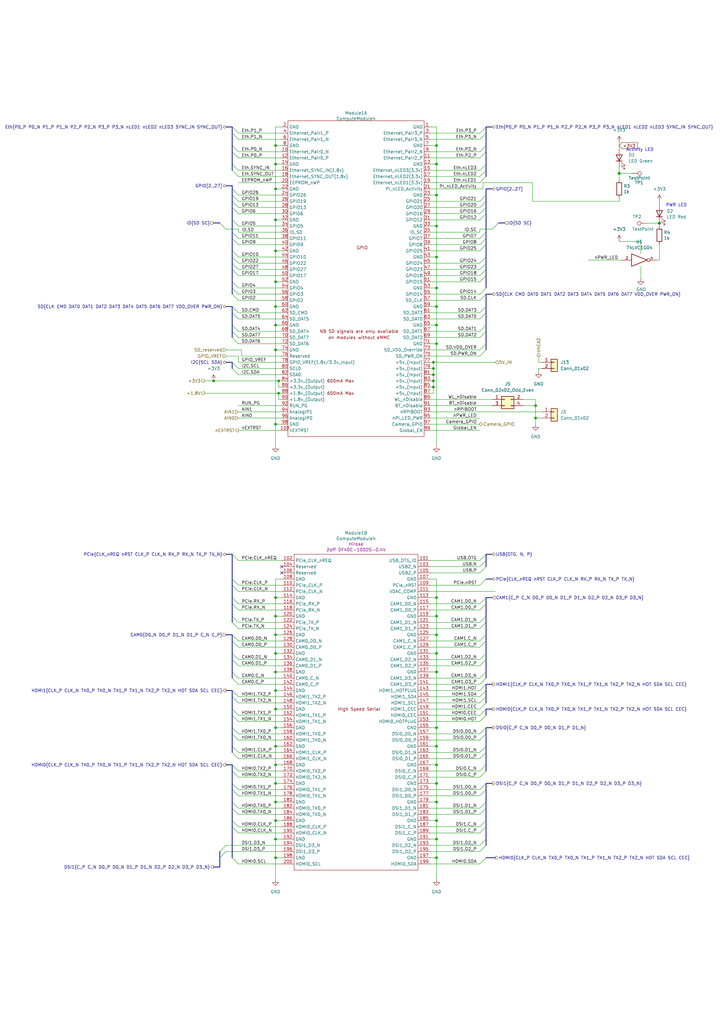
<source format=kicad_sch>
(kicad_sch (version 20211123) (generator eeschema)
  (paper "A3" portrait)
  (junction (at 113.03 336.55))
  (junction (at 113.03 306.07))
  (junction (at 113.03 313.69))
  (junction (at 179.07 118.11))
  (junction (at 114.3 161.29))
  (junction (at 113.03 133.35))
  (junction (at 113.03 115.57))
  (junction (at 113.03 275.59))
  (junction (at 113.03 77.47))
  (junction (at 179.07 321.31))
  (junction (at 179.07 328.93))
  (junction (at 177.8 151.13))
  (junction (at 113.03 125.73))
  (junction (at 179.07 351.79))
  (junction (at 113.03 344.17))
  (junction (at 179.07 252.73))
  (junction (at 113.03 143.51))
  (junction (at 113.03 328.93))
  (junction (at 113.03 290.83))
  (junction (at 179.07 105.41))
  (junction (at 177.8 158.75))
  (junction (at 113.03 321.31))
  (junction (at 179.07 140.97))
  (junction (at 179.07 133.35))
  (junction (at 179.07 267.97))
  (junction (at 113.03 90.17))
  (junction (at 113.03 252.73))
  (junction (at 254 71.12) (diameter 1.016))
  (junction (at 219.71 171.45))
  (junction (at 113.03 267.97))
  (junction (at 179.07 260.35))
  (junction (at 113.03 67.31))
  (junction (at 179.07 298.45))
  (junction (at 270.51 91.567) (diameter 1.016))
  (junction (at 113.03 173.99))
  (junction (at 179.07 92.71))
  (junction (at 177.8 156.21))
  (junction (at 179.07 336.55))
  (junction (at 179.07 275.59))
  (junction (at 177.8 148.59))
  (junction (at 113.03 283.21))
  (junction (at 179.07 80.01))
  (junction (at 113.03 59.69))
  (junction (at 177.8 153.67))
  (junction (at 114.3 156.21))
  (junction (at 179.07 59.69))
  (junction (at 179.07 344.17))
  (junction (at 179.07 125.73))
  (junction (at 179.07 313.69))
  (junction (at 113.03 298.45))
  (junction (at 219.71 166.37))
  (junction (at 113.03 245.11))
  (junction (at 87.63 156.21))
  (junction (at 179.07 306.07))
  (junction (at 113.03 102.87))
  (junction (at 179.07 245.11))
  (junction (at 270.51 91.44))
  (junction (at 179.07 67.31))
  (junction (at 113.03 351.79))
  (junction (at 113.03 260.35))
  (no_connect (at 115.57 232.41))
  (no_connect (at 115.57 234.95))
  (bus_entry (at 90.17 351.79) (size 2.54 -2.54))
  (bus_entry (at 90.17 349.25) (size 2.54 -2.54))
  (bus_entry (at 196.85 87.63) (size 2.54 -2.54))
  (bus_entry (at 196.85 90.17) (size 2.54 -2.54))
  (bus_entry (at 196.85 85.09) (size 2.54 -2.54))
  (bus_entry (at 196.85 82.55) (size 2.54 -2.54))
  (bus_entry (at 196.85 54.61) (size 2.54 -2.54))
  (bus_entry (at 196.85 57.15) (size 2.54 -2.54))
  (bus_entry (at 196.85 62.23) (size 2.54 -2.54))
  (bus_entry (at 196.85 64.77) (size 2.54 -2.54))
  (bus_entry (at 196.85 69.85) (size 2.54 -2.54))
  (bus_entry (at 196.85 72.39) (size 2.54 -2.54))
  (bus_entry (at 196.85 74.93) (size 2.54 -2.54))
  (bus_entry (at 95.25 54.61) (size 2.54 2.54))
  (bus_entry (at 95.25 59.69) (size 2.54 2.54))
  (bus_entry (at 95.25 52.07) (size 2.54 2.54))
  (bus_entry (at 95.25 62.23) (size 2.54 2.54))
  (bus_entry (at 95.25 67.31) (size 2.54 2.54))
  (bus_entry (at 95.25 69.85) (size 2.54 2.54))
  (bus_entry (at 196.85 303.53) (size 2.54 -2.54))
  (bus_entry (at 196.85 300.99) (size 2.54 -2.54))
  (bus_entry (at 196.85 308.61) (size 2.54 -2.54))
  (bus_entry (at 196.85 311.15) (size 2.54 -2.54))
  (bus_entry (at 196.85 316.23) (size 2.54 -2.54))
  (bus_entry (at 196.85 318.77) (size 2.54 -2.54))
  (bus_entry (at 196.85 326.39) (size 2.54 -2.54))
  (bus_entry (at 196.85 323.85) (size 2.54 -2.54))
  (bus_entry (at 196.85 349.25) (size 2.54 -2.54))
  (bus_entry (at 196.85 346.71) (size 2.54 -2.54))
  (bus_entry (at 196.85 341.63) (size 2.54 -2.54))
  (bus_entry (at 196.85 339.09) (size 2.54 -2.54))
  (bus_entry (at 196.85 334.01) (size 2.54 -2.54))
  (bus_entry (at 196.85 331.47) (size 2.54 -2.54))
  (bus_entry (at 95.25 80.01) (size 2.54 2.54))
  (bus_entry (at 95.25 95.25) (size 2.54 2.54))
  (bus_entry (at 95.25 77.47) (size 2.54 2.54))
  (bus_entry (at 95.25 82.55) (size 2.54 2.54))
  (bus_entry (at 95.25 85.09) (size 2.54 2.54))
  (bus_entry (at 95.25 90.17) (size 2.54 2.54))
  (bus_entry (at 95.25 97.79) (size 2.54 2.54))
  (bus_entry (at 196.85 110.49) (size 2.54 -2.54))
  (bus_entry (at 196.85 113.03) (size 2.54 -2.54))
  (bus_entry (at 196.85 115.57) (size 2.54 -2.54))
  (bus_entry (at 196.85 120.65) (size 2.54 -2.54))
  (bus_entry (at 196.85 123.19) (size 2.54 -2.54))
  (bus_entry (at 196.85 128.27) (size 2.54 -2.54))
  (bus_entry (at 196.85 130.81) (size 2.54 -2.54))
  (bus_entry (at 196.85 135.89) (size 2.54 -2.54))
  (bus_entry (at 196.85 138.43) (size 2.54 -2.54))
  (bus_entry (at 95.25 125.73) (size 2.54 2.54))
  (bus_entry (at 95.25 128.27) (size 2.54 2.54))
  (bus_entry (at 95.25 133.35) (size 2.54 2.54))
  (bus_entry (at 95.25 135.89) (size 2.54 2.54))
  (bus_entry (at 95.25 138.43) (size 2.54 2.54))
  (bus_entry (at 196.85 290.83) (size 2.54 -2.54))
  (bus_entry (at 196.85 354.33) (size 2.54 -2.54))
  (bus_entry (at 196.85 283.21) (size 2.54 -2.54))
  (bus_entry (at 196.85 285.75) (size 2.54 -2.54))
  (bus_entry (at 196.85 288.29) (size 2.54 -2.54))
  (bus_entry (at 95.25 262.89) (size 2.54 2.54))
  (bus_entry (at 95.25 260.35) (size 2.54 2.54))
  (bus_entry (at 95.25 275.59) (size 2.54 2.54))
  (bus_entry (at 95.25 278.13) (size 2.54 2.54))
  (bus_entry (at 95.25 267.97) (size 2.54 2.54))
  (bus_entry (at 95.25 270.51) (size 2.54 2.54))
  (bus_entry (at 95.25 351.79) (size 2.54 2.54))
  (bus_entry (at 196.85 143.51) (size 2.54 -2.54))
  (bus_entry (at 196.85 146.05) (size 2.54 -2.54))
  (bus_entry (at 95.25 308.61) (size 2.54 2.54))
  (bus_entry (at 95.25 300.99) (size 2.54 2.54))
  (bus_entry (at 95.25 306.07) (size 2.54 2.54))
  (bus_entry (at 95.25 298.45) (size 2.54 2.54))
  (bus_entry (at 95.25 283.21) (size 2.54 2.54))
  (bus_entry (at 95.25 285.75) (size 2.54 2.54))
  (bus_entry (at 95.25 293.37) (size 2.54 2.54))
  (bus_entry (at 95.25 290.83) (size 2.54 2.54))
  (bus_entry (at 196.85 278.13) (size 2.54 -2.54))
  (bus_entry (at 196.85 280.67) (size 2.54 -2.54))
  (bus_entry (at 196.85 229.87) (size 2.54 -2.54))
  (bus_entry (at 196.85 270.51) (size 2.54 -2.54))
  (bus_entry (at 196.85 265.43) (size 2.54 -2.54))
  (bus_entry (at 196.85 262.89) (size 2.54 -2.54))
  (bus_entry (at 196.85 273.05) (size 2.54 -2.54))
  (bus_entry (at 196.85 257.81) (size 2.54 -2.54))
  (bus_entry (at 196.85 255.27) (size 2.54 -2.54))
  (bus_entry (at 196.85 250.19) (size 2.54 -2.54))
  (bus_entry (at 196.85 232.41) (size 2.54 -2.54))
  (bus_entry (at 196.85 234.95) (size 2.54 -2.54))
  (bus_entry (at 196.85 247.65) (size 2.54 -2.54))
  (bus_entry (at 196.85 97.79) (size 2.54 -2.54))
  (bus_entry (at 196.85 100.33) (size 2.54 -2.54))
  (bus_entry (at 196.85 102.87) (size 2.54 -2.54))
  (bus_entry (at 196.85 107.95) (size 2.54 -2.54))
  (bus_entry (at 196.85 293.37) (size 2.54 -2.54))
  (bus_entry (at 196.85 295.91) (size 2.54 -2.54))
  (bus_entry (at 196.85 240.03) (size 2.54 -2.54))
  (bus_entry (at 95.25 240.03) (size 2.54 2.54))
  (bus_entry (at 95.25 227.33) (size 2.54 2.54))
  (bus_entry (at 97.79 257.81) (size -2.54 -2.54))
  (bus_entry (at 97.79 255.27) (size -2.54 -2.54))
  (bus_entry (at 95.25 247.65) (size 2.54 2.54))
  (bus_entry (at 95.25 245.11) (size 2.54 2.54))
  (bus_entry (at 95.25 237.49) (size 2.54 2.54))
  (bus_entry (at 95.25 148.59) (size 2.54 2.54))
  (bus_entry (at 95.25 151.13) (size 2.54 2.54))
  (bus_entry (at 201.93 93.98) (size 2.54 -2.54))
  (bus_entry (at 90.17 91.44) (size 2.54 2.54))
  (bus_entry (at 95.25 321.31) (size 2.54 2.54))
  (bus_entry (at 95.25 323.85) (size 2.54 2.54))
  (bus_entry (at 95.25 313.69) (size 2.54 2.54))
  (bus_entry (at 95.25 316.23) (size 2.54 2.54))
  (bus_entry (at 95.25 331.47) (size 2.54 2.54))
  (bus_entry (at 95.25 328.93) (size 2.54 2.54))
  (bus_entry (at 95.25 336.55) (size 2.54 2.54))
  (bus_entry (at 95.25 339.09) (size 2.54 2.54))
  (bus_entry (at 95.25 105.41) (size 2.54 2.54))
  (bus_entry (at 95.25 102.87) (size 2.54 2.54))
  (bus_entry (at 95.25 107.95) (size 2.54 2.54))
  (bus_entry (at 95.25 110.49) (size 2.54 2.54))
  (bus_entry (at 95.25 115.57) (size 2.54 2.54))
  (bus_entry (at 95.25 118.11) (size 2.54 2.54))
  (bus_entry (at 95.25 120.65) (size 2.54 2.54))
  (wire (pts (xy 113.03 133.35) (xy 115.57 133.35)))
  (bus (pts (xy 95.25 120.65) (xy 95.25 118.11)))
  (wire (pts (xy 97.79 118.11) (xy 115.57 118.11)))
  (wire (pts (xy 176.53 257.81) (xy 196.85 257.81)))
  (wire (pts (xy 113.03 143.51) (xy 115.57 143.51)))
  (wire (pts (xy 114.3 161.29) (xy 115.57 161.29)))
  (wire (pts (xy 113.03 275.59) (xy 113.03 283.21)))
  (wire (pts (xy 97.79 69.85) (xy 115.57 69.85)))
  (wire (pts (xy 97.79 130.81) (xy 115.57 130.81)))
  (wire (pts (xy 254 82.55) (xy 218.44 82.55)))
  (wire (pts (xy 176.53 308.61) (xy 196.85 308.61)))
  (wire (pts (xy 97.79 331.47) (xy 115.57 331.47)))
  (bus (pts (xy 95.25 321.31) (xy 95.25 323.85)))
  (wire (pts (xy 113.03 102.87) (xy 113.03 115.57)))
  (wire (pts (xy 176.53 97.79) (xy 196.85 97.79)))
  (bus (pts (xy 95.25 128.27) (xy 95.25 125.73)))
  (bus (pts (xy 90.17 349.25) (xy 90.17 351.79)))
  (wire (pts (xy 113.03 260.35) (xy 113.03 267.97)))
  (wire (pts (xy 97.79 257.81) (xy 115.57 257.81)))
  (bus (pts (xy 95.25 240.03) (xy 95.25 237.49)))
  (wire (pts (xy 179.07 275.59) (xy 179.07 267.97)))
  (wire (pts (xy 176.53 247.65) (xy 196.85 247.65)))
  (wire (pts (xy 176.53 74.93) (xy 196.85 74.93)))
  (wire (pts (xy 176.53 316.23) (xy 196.85 316.23)))
  (wire (pts (xy 222.25 171.45) (xy 219.71 171.45)))
  (wire (pts (xy 176.53 151.13) (xy 177.8 151.13)))
  (wire (pts (xy 97.79 240.03) (xy 115.57 240.03)))
  (bus (pts (xy 95.25 306.07) (xy 95.25 308.61)))
  (bus (pts (xy 95.25 67.31) (xy 95.25 62.23)))
  (wire (pts (xy 176.53 62.23) (xy 196.85 62.23)))
  (wire (pts (xy 113.03 328.93) (xy 113.03 336.55)))
  (wire (pts (xy 218.44 82.55) (xy 218.44 74.93)))
  (wire (pts (xy 114.3 156.21) (xy 115.57 156.21)))
  (wire (pts (xy 113.03 290.83) (xy 113.03 298.45)))
  (bus (pts (xy 199.39 229.87) (xy 199.39 227.33)))
  (bus (pts (xy 95.25 115.57) (xy 95.25 110.49)))
  (wire (pts (xy 114.3 163.83) (xy 114.3 161.29)))
  (wire (pts (xy 113.03 77.47) (xy 113.03 90.17)))
  (wire (pts (xy 113.03 67.31) (xy 115.57 67.31)))
  (wire (pts (xy 196.85 95.25) (xy 196.85 93.98)))
  (wire (pts (xy 97.79 255.27) (xy 115.57 255.27)))
  (bus (pts (xy 92.71 125.73) (xy 95.25 125.73)))
  (wire (pts (xy 113.03 52.07) (xy 113.03 59.69)))
  (bus (pts (xy 92.71 52.07) (xy 95.25 52.07)))
  (bus (pts (xy 95.25 252.73) (xy 95.25 247.65)))
  (wire (pts (xy 113.03 260.35) (xy 115.57 260.35)))
  (wire (pts (xy 176.53 72.39) (xy 196.85 72.39)))
  (wire (pts (xy 97.79 85.09) (xy 115.57 85.09)))
  (wire (pts (xy 177.8 158.75) (xy 177.8 156.21)))
  (wire (pts (xy 176.53 135.89) (xy 196.85 135.89)))
  (wire (pts (xy 218.44 74.93) (xy 198.12 74.93)))
  (wire (pts (xy 222.25 151.13) (xy 220.98 151.13)))
  (wire (pts (xy 176.53 146.05) (xy 196.85 146.05)))
  (bus (pts (xy 199.39 135.89) (xy 199.39 140.97)))
  (wire (pts (xy 97.79 105.41) (xy 115.57 105.41)))
  (bus (pts (xy 95.25 107.95) (xy 95.25 105.41)))
  (wire (pts (xy 114.3 158.75) (xy 115.57 158.75)))
  (wire (pts (xy 113.03 77.47) (xy 115.57 77.47)))
  (wire (pts (xy 214.63 166.37) (xy 219.71 166.37)))
  (wire (pts (xy 97.79 303.53) (xy 115.57 303.53)))
  (wire (pts (xy 97.79 262.89) (xy 115.57 262.89)))
  (wire (pts (xy 92.71 146.05) (xy 97.79 146.05)))
  (wire (pts (xy 176.53 328.93) (xy 179.07 328.93)))
  (wire (pts (xy 97.79 308.61) (xy 115.57 308.61)))
  (wire (pts (xy 176.53 92.71) (xy 179.07 92.71)))
  (bus (pts (xy 95.25 255.27) (xy 95.25 252.73)))
  (wire (pts (xy 176.53 176.53) (xy 196.85 176.53)))
  (wire (pts (xy 179.07 344.17) (xy 179.07 351.79)))
  (wire (pts (xy 179.07 67.31) (xy 179.07 59.69)))
  (wire (pts (xy 97.79 273.05) (xy 115.57 273.05)))
  (bus (pts (xy 199.39 72.39) (xy 199.39 69.85)))
  (wire (pts (xy 176.53 102.87) (xy 196.85 102.87)))
  (bus (pts (xy 95.25 77.47) (xy 95.25 76.2)))
  (wire (pts (xy 99.06 146.05) (xy 99.06 143.51)))
  (wire (pts (xy 113.03 336.55) (xy 115.57 336.55)))
  (wire (pts (xy 97.79 265.43) (xy 115.57 265.43)))
  (wire (pts (xy 176.53 354.33) (xy 196.85 354.33)))
  (wire (pts (xy 97.79 54.61) (xy 115.57 54.61)))
  (wire (pts (xy 113.03 298.45) (xy 113.03 306.07)))
  (wire (pts (xy 270.51 91.44) (xy 270.51 91.567)))
  (wire (pts (xy 97.79 107.95) (xy 115.57 107.95)))
  (bus (pts (xy 90.17 351.79) (xy 90.17 355.6)))
  (bus (pts (xy 95.25 97.79) (xy 95.25 95.25)))
  (wire (pts (xy 97.79 318.77) (xy 115.57 318.77)))
  (bus (pts (xy 199.39 339.09) (xy 199.39 336.55)))
  (wire (pts (xy 97.79 92.71) (xy 115.57 92.71)))
  (bus (pts (xy 95.25 62.23) (xy 95.25 59.69)))
  (wire (pts (xy 176.53 283.21) (xy 196.85 283.21)))
  (wire (pts (xy 176.53 64.77) (xy 196.85 64.77)))
  (wire (pts (xy 176.53 298.45) (xy 179.07 298.45)))
  (wire (pts (xy 176.53 166.37) (xy 201.93 166.37)))
  (wire (pts (xy 113.03 237.49) (xy 113.03 245.11)))
  (wire (pts (xy 176.53 339.09) (xy 196.85 339.09)))
  (wire (pts (xy 179.07 118.11) (xy 179.07 105.41)))
  (bus (pts (xy 199.39 245.11) (xy 201.93 245.11)))
  (wire (pts (xy 113.03 328.93) (xy 115.57 328.93)))
  (wire (pts (xy 97.79 57.15) (xy 115.57 57.15)))
  (wire (pts (xy 176.53 57.15) (xy 196.85 57.15)))
  (bus (pts (xy 199.39 308.61) (xy 199.39 306.07)))
  (wire (pts (xy 113.03 173.99) (xy 115.57 173.99)))
  (wire (pts (xy 97.79 82.55) (xy 115.57 82.55)))
  (bus (pts (xy 95.25 275.59) (xy 95.25 270.51)))
  (wire (pts (xy 179.07 105.41) (xy 179.07 92.71)))
  (wire (pts (xy 176.53 171.45) (xy 196.85 171.45)))
  (wire (pts (xy 97.79 168.91) (xy 115.57 168.91)))
  (wire (pts (xy 176.53 163.83) (xy 201.93 163.83)))
  (bus (pts (xy 95.25 90.17) (xy 95.25 85.09)))
  (wire (pts (xy 179.07 321.31) (xy 179.07 328.93)))
  (bus (pts (xy 199.39 298.45) (xy 201.93 298.45)))
  (bus (pts (xy 95.25 102.87) (xy 95.25 97.79)))
  (bus (pts (xy 95.25 118.11) (xy 95.25 115.57)))
  (wire (pts (xy 262.89 99.06) (xy 262.89 104.14)))
  (wire (pts (xy 241.3 106.68) (xy 255.27 106.68)))
  (wire (pts (xy 254 73.66) (xy 254 71.12)))
  (wire (pts (xy 113.03 133.35) (xy 113.03 143.51)))
  (wire (pts (xy 196.85 93.98) (xy 201.93 93.98)))
  (wire (pts (xy 97.79 247.65) (xy 115.57 247.65)))
  (wire (pts (xy 176.53 100.33) (xy 196.85 100.33)))
  (bus (pts (xy 95.25 293.37) (xy 95.25 298.45)))
  (bus (pts (xy 95.25 54.61) (xy 95.25 52.07)))
  (wire (pts (xy 176.53 138.43) (xy 196.85 138.43)))
  (wire (pts (xy 176.53 90.17) (xy 196.85 90.17)))
  (wire (pts (xy 254 60.96) (xy 254 58.42)))
  (wire (pts (xy 113.03 90.17) (xy 113.03 102.87)))
  (wire (pts (xy 176.53 120.65) (xy 196.85 120.65)))
  (bus (pts (xy 199.39 316.23) (xy 199.39 313.69)))
  (bus (pts (xy 199.39 280.67) (xy 201.93 280.67)))
  (wire (pts (xy 179.07 252.73) (xy 179.07 245.11)))
  (wire (pts (xy 113.03 267.97) (xy 113.03 275.59)))
  (wire (pts (xy 92.71 143.51) (xy 99.06 143.51)))
  (wire (pts (xy 270.51 91.567) (xy 270.51 92.71)))
  (bus (pts (xy 95.25 278.13) (xy 95.25 275.59)))
  (wire (pts (xy 179.07 336.55) (xy 179.07 328.93)))
  (wire (pts (xy 270.51 106.68) (xy 269.24 106.68)))
  (bus (pts (xy 199.39 140.97) (xy 199.39 143.51)))
  (bus (pts (xy 199.39 267.97) (xy 199.39 262.89)))
  (wire (pts (xy 176.53 280.67) (xy 196.85 280.67)))
  (wire (pts (xy 176.53 306.07) (xy 179.07 306.07)))
  (bus (pts (xy 95.25 300.99) (xy 95.25 306.07)))
  (wire (pts (xy 113.03 102.87) (xy 115.57 102.87)))
  (bus (pts (xy 87.63 91.44) (xy 90.17 91.44)))
  (wire (pts (xy 97.79 148.59) (xy 97.79 146.05)))
  (wire (pts (xy 113.03 115.57) (xy 115.57 115.57)))
  (bus (pts (xy 95.25 285.75) (xy 95.25 290.83)))
  (wire (pts (xy 176.53 113.03) (xy 196.85 113.03)))
  (bus (pts (xy 204.47 91.44) (xy 207.01 91.44)))
  (wire (pts (xy 97.79 354.33) (xy 115.57 354.33)))
  (wire (pts (xy 176.53 77.47) (xy 198.12 77.47)))
  (bus (pts (xy 95.25 331.47) (xy 95.25 336.55)))
  (wire (pts (xy 87.63 156.21) (xy 114.3 156.21)))
  (wire (pts (xy 214.63 163.83) (xy 219.71 163.83)))
  (wire (pts (xy 176.53 270.51) (xy 196.85 270.51)))
  (wire (pts (xy 113.03 313.69) (xy 113.03 321.31)))
  (wire (pts (xy 220.98 151.13) (xy 220.98 152.4)))
  (wire (pts (xy 179.07 298.45) (xy 179.07 306.07)))
  (bus (pts (xy 199.39 128.27) (xy 199.39 133.35)))
  (wire (pts (xy 113.03 90.17) (xy 115.57 90.17)))
  (wire (pts (xy 176.53 59.69) (xy 179.07 59.69)))
  (wire (pts (xy 97.79 153.67) (xy 115.57 153.67)))
  (bus (pts (xy 95.25 135.89) (xy 95.25 133.35)))
  (wire (pts (xy 97.79 140.97) (xy 115.57 140.97)))
  (wire (pts (xy 115.57 146.05) (xy 99.06 146.05)))
  (bus (pts (xy 199.39 255.27) (xy 199.39 252.73)))
  (bus (pts (xy 199.39 118.11) (xy 199.39 113.03)))
  (bus (pts (xy 95.25 328.93) (xy 95.25 331.47)))
  (wire (pts (xy 97.79 95.25) (xy 115.57 95.25)))
  (wire (pts (xy 179.07 306.07) (xy 179.07 313.69)))
  (wire (pts (xy 176.53 278.13) (xy 196.85 278.13)))
  (wire (pts (xy 176.53 87.63) (xy 196.85 87.63)))
  (wire (pts (xy 97.79 176.53) (xy 115.57 176.53)))
  (wire (pts (xy 265.5062 91.567) (xy 270.51 91.567)))
  (wire (pts (xy 177.8 153.67) (xy 177.8 151.13)))
  (wire (pts (xy 179.07 80.01) (xy 179.07 67.31)))
  (wire (pts (xy 97.79 72.39) (xy 115.57 72.39)))
  (bus (pts (xy 199.39 290.83) (xy 199.39 293.37)))
  (wire (pts (xy 176.53 85.09) (xy 196.85 85.09)))
  (bus (pts (xy 95.25 95.25) (xy 95.25 90.17)))
  (bus (pts (xy 95.25 110.49) (xy 95.25 107.95)))
  (wire (pts (xy 176.53 260.35) (xy 179.07 260.35)))
  (wire (pts (xy 113.03 252.73) (xy 115.57 252.73)))
  (wire (pts (xy 113.03 252.73) (xy 113.03 260.35)))
  (wire (pts (xy 177.8 148.59) (xy 203.2 148.59)))
  (wire (pts (xy 97.79 120.65) (xy 115.57 120.65)))
  (bus (pts (xy 199.39 270.51) (xy 199.39 267.97)))
  (bus (pts (xy 199.39 313.69) (xy 199.39 308.61)))
  (wire (pts (xy 254 71.12) (xy 254 68.58)))
  (wire (pts (xy 176.53 250.19) (xy 196.85 250.19)))
  (wire (pts (xy 113.03 245.11) (xy 113.03 252.73)))
  (bus (pts (xy 92.71 260.35) (xy 95.25 260.35)))
  (wire (pts (xy 176.53 168.91) (xy 222.25 168.91)))
  (bus (pts (xy 95.25 290.83) (xy 95.25 293.37)))
  (wire (pts (xy 176.53 95.25) (xy 196.85 95.25)))
  (wire (pts (xy 176.53 326.39) (xy 196.85 326.39)))
  (wire (pts (xy 97.79 285.75) (xy 115.57 285.75)))
  (wire (pts (xy 179.07 260.35) (xy 179.07 252.73)))
  (bus (pts (xy 95.25 133.35) (xy 95.25 128.27)))
  (bus (pts (xy 95.25 105.41) (xy 95.25 102.87)))
  (bus (pts (xy 199.39 113.03) (xy 199.39 110.49)))
  (wire (pts (xy 113.03 67.31) (xy 113.03 77.47)))
  (wire (pts (xy 176.53 107.95) (xy 196.85 107.95)))
  (bus (pts (xy 95.25 237.49) (xy 95.25 227.33)))
  (wire (pts (xy 179.07 245.11) (xy 179.07 237.49)))
  (wire (pts (xy 176.53 125.73) (xy 179.07 125.73)))
  (bus (pts (xy 95.25 85.09) (xy 95.25 82.55)))
  (wire (pts (xy 176.53 323.85) (xy 196.85 323.85)))
  (bus (pts (xy 92.71 227.33) (xy 95.25 227.33)))
  (wire (pts (xy 176.53 118.11) (xy 179.07 118.11)))
  (wire (pts (xy 97.79 151.13) (xy 115.57 151.13)))
  (wire (pts (xy 176.53 82.55) (xy 196.85 82.55)))
  (wire (pts (xy 113.03 59.69) (xy 115.57 59.69)))
  (wire (pts (xy 176.53 148.59) (xy 177.8 148.59)))
  (wire (pts (xy 113.03 143.51) (xy 113.03 173.99)))
  (bus (pts (xy 199.39 62.23) (xy 199.39 59.69)))
  (wire (pts (xy 115.57 163.83) (xy 114.3 163.83)))
  (bus (pts (xy 199.39 275.59) (xy 199.39 270.51)))
  (wire (pts (xy 97.79 110.49) (xy 115.57 110.49)))
  (wire (pts (xy 254 81.28) (xy 254 82.55)))
  (bus (pts (xy 199.39 336.55) (xy 199.39 331.47)))
  (bus (pts (xy 199.39 260.35) (xy 199.39 255.27)))
  (bus (pts (xy 199.39 77.47) (xy 201.93 77.47)))
  (wire (pts (xy 97.79 311.15) (xy 115.57 311.15)))
  (wire (pts (xy 176.53 275.59) (xy 179.07 275.59)))
  (wire (pts (xy 176.53 351.79) (xy 179.07 351.79)))
  (bus (pts (xy 199.39 67.31) (xy 199.39 62.23)))
  (wire (pts (xy 176.53 234.95) (xy 196.85 234.95)))
  (wire (pts (xy 179.07 182.88) (xy 179.07 140.97)))
  (wire (pts (xy 176.53 54.61) (xy 196.85 54.61)))
  (wire (pts (xy 176.53 262.89) (xy 196.85 262.89)))
  (wire (pts (xy 176.53 293.37) (xy 196.85 293.37)))
  (bus (pts (xy 199.39 283.21) (xy 199.39 280.67)))
  (wire (pts (xy 179.07 267.97) (xy 179.07 260.35)))
  (bus (pts (xy 95.25 80.01) (xy 95.25 77.47)))
  (wire (pts (xy 219.71 166.37) (xy 219.71 171.45)))
  (wire (pts (xy 176.53 130.81) (xy 196.85 130.81)))
  (wire (pts (xy 262.89 99.06) (xy 254 99.06)))
  (wire (pts (xy 97.79 242.57) (xy 115.57 242.57)))
  (wire (pts (xy 92.71 93.98) (xy 97.79 93.98)))
  (wire (pts (xy 97.79 278.13) (xy 115.57 278.13)))
  (wire (pts (xy 97.79 62.23) (xy 115.57 62.23)))
  (bus (pts (xy 199.39 69.85) (xy 199.39 67.31)))
  (bus (pts (xy 199.39 85.09) (xy 199.39 82.55)))
  (wire (pts (xy 97.79 334.01) (xy 115.57 334.01)))
  (wire (pts (xy 97.79 87.63) (xy 115.57 87.63)))
  (wire (pts (xy 176.53 321.31) (xy 179.07 321.31)))
  (wire (pts (xy 179.07 344.17) (xy 179.07 336.55)))
  (wire (pts (xy 176.53 153.67) (xy 177.8 153.67)))
  (wire (pts (xy 97.79 339.09) (xy 115.57 339.09)))
  (wire (pts (xy 97.79 64.77) (xy 115.57 64.77)))
  (wire (pts (xy 97.79 250.19) (xy 115.57 250.19)))
  (wire (pts (xy 222.25 148.59) (xy 220.98 148.59)))
  (bus (pts (xy 95.25 247.65) (xy 95.25 245.11)))
  (wire (pts (xy 113.03 351.79) (xy 113.03 344.17)))
  (bus (pts (xy 199.39 288.29) (xy 199.39 285.75)))
  (wire (pts (xy 113.03 173.99) (xy 113.03 182.88)))
  (wire (pts (xy 113.03 306.07) (xy 113.03 313.69)))
  (bus (pts (xy 199.39 227.33) (xy 201.93 227.33)))
  (wire (pts (xy 176.53 140.97) (xy 179.07 140.97)))
  (wire (pts (xy 177.8 161.29) (xy 177.8 158.75)))
  (bus (pts (xy 95.25 138.43) (xy 95.25 135.89)))
  (wire (pts (xy 176.53 105.41) (xy 179.07 105.41)))
  (wire (pts (xy 176.53 143.51) (xy 196.85 143.51)))
  (wire (pts (xy 179.07 133.35) (xy 179.07 125.73)))
  (wire (pts (xy 97.79 95.25) (xy 97.79 93.98)))
  (wire (pts (xy 176.53 229.87) (xy 196.85 229.87)))
  (wire (pts (xy 176.53 303.53) (xy 196.85 303.53)))
  (bus (pts (xy 199.39 247.65) (xy 199.39 245.11)))
  (wire (pts (xy 113.03 313.69) (xy 115.57 313.69)))
  (wire (pts (xy 176.53 67.31) (xy 179.07 67.31)))
  (wire (pts (xy 176.53 240.03) (xy 196.85 240.03)))
  (wire (pts (xy 176.53 285.75) (xy 196.85 285.75)))
  (bus (pts (xy 199.39 344.17) (xy 199.39 339.09)))
  (wire (pts (xy 176.53 336.55) (xy 179.07 336.55)))
  (wire (pts (xy 176.53 341.63) (xy 196.85 341.63)))
  (wire (pts (xy 113.03 344.17) (xy 115.57 344.17)))
  (wire (pts (xy 114.3 156.21) (xy 114.3 158.75)))
  (bus (pts (xy 199.39 82.55) (xy 199.39 80.01)))
  (wire (pts (xy 179.07 140.97) (xy 179.07 133.35)))
  (wire (pts (xy 97.79 148.59) (xy 115.57 148.59)))
  (bus (pts (xy 199.39 107.95) (xy 199.39 105.41)))
  (bus (pts (xy 199.39 300.99) (xy 199.39 298.45)))
  (wire (pts (xy 113.03 290.83) (xy 115.57 290.83)))
  (wire (pts (xy 176.53 265.43) (xy 196.85 265.43)))
  (wire (pts (xy 176.53 311.15) (xy 196.85 311.15)))
  (wire (pts (xy 176.53 123.19) (xy 196.85 123.19)))
  (wire (pts (xy 179.07 92.71) (xy 179.07 80.01)))
  (wire (pts (xy 97.79 293.37) (xy 115.57 293.37)))
  (wire (pts (xy 97.79 229.87) (xy 115.57 229.87)))
  (wire (pts (xy 97.79 270.51) (xy 115.57 270.51)))
  (bus (pts (xy 199.39 125.73) (xy 199.39 128.27)))
  (wire (pts (xy 113.03 321.31) (xy 113.03 328.93)))
  (bus (pts (xy 92.71 148.59) (xy 95.25 148.59)))
  (wire (pts (xy 179.07 313.69) (xy 179.07 321.31)))
  (wire (pts (xy 176.53 158.75) (xy 177.8 158.75)))
  (wire (pts (xy 97.79 280.67) (xy 115.57 280.67)))
  (bus (pts (xy 199.39 331.47) (xy 199.39 328.93)))
  (wire (pts (xy 113.03 245.11) (xy 115.57 245.11)))
  (bus (pts (xy 95.25 283.21) (xy 95.25 285.75)))
  (wire (pts (xy 176.53 290.83) (xy 196.85 290.83)))
  (wire (pts (xy 92.71 346.71) (xy 115.57 346.71)))
  (bus (pts (xy 95.25 82.55) (xy 95.25 80.01)))
  (wire (pts (xy 176.53 300.99) (xy 196.85 300.99)))
  (bus (pts (xy 92.71 283.21) (xy 95.25 283.21)))
  (wire (pts (xy 176.53 252.73) (xy 179.07 252.73)))
  (bus (pts (xy 199.39 120.65) (xy 199.39 125.73)))
  (wire (pts (xy 176.53 295.91) (xy 196.85 295.91)))
  (wire (pts (xy 219.71 171.45) (xy 219.71 173.99)))
  (wire (pts (xy 97.79 135.89) (xy 115.57 135.89)))
  (wire (pts (xy 97.79 288.29) (xy 115.57 288.29)))
  (bus (pts (xy 95.25 316.23) (xy 95.25 321.31)))
  (wire (pts (xy 97.79 295.91) (xy 115.57 295.91)))
  (wire (pts (xy 113.03 306.07) (xy 115.57 306.07)))
  (wire (pts (xy 83.82 161.29) (xy 114.3 161.29)))
  (bus (pts (xy 199.39 80.01) (xy 199.39 77.47)))
  (bus (pts (xy 199.39 323.85) (xy 199.39 321.31)))
  (wire (pts (xy 97.79 300.99) (xy 115.57 300.99)))
  (wire (pts (xy 176.53 173.99) (xy 196.85 173.99)))
  (bus (pts (xy 95.25 313.69) (xy 92.71 313.69)))
  (wire (pts (xy 97.79 341.63) (xy 115.57 341.63)))
  (wire (pts (xy 113.03 336.55) (xy 113.03 344.17)))
  (bus (pts (xy 199.39 59.69) (xy 199.39 54.61)))
  (bus (pts (xy 199.39 346.71) (xy 199.39 344.17)))
  (wire (pts (xy 113.03 267.97) (xy 115.57 267.97)))
  (wire (pts (xy 113.03 321.31) (xy 115.57 321.31)))
  (wire (pts (xy 176.53 133.35) (xy 179.07 133.35)))
  (bus (pts (xy 199.39 351.79) (xy 203.2 351.79)))
  (wire (pts (xy 176.53 331.47) (xy 196.85 331.47)))
  (wire (pts (xy 179.07 59.69) (xy 179.07 52.07)))
  (wire (pts (xy 259.08 71.12) (xy 254 71.12)))
  (wire (pts (xy 113.03 125.73) (xy 113.03 133.35)))
  (bus (pts (xy 199.39 133.35) (xy 199.39 135.89)))
  (bus (pts (xy 95.25 323.85) (xy 95.25 328.93)))
  (wire (pts (xy 97.79 138.43) (xy 115.57 138.43)))
  (bus (pts (xy 199.39 262.89) (xy 199.39 260.35)))
  (wire (pts (xy 176.53 232.41) (xy 196.85 232.41)))
  (wire (pts (xy 97.79 316.23) (xy 115.57 316.23)))
  (bus (pts (xy 199.39 105.41) (xy 199.39 100.33)))
  (wire (pts (xy 113.03 283.21) (xy 115.57 283.21)))
  (bus (pts (xy 95.25 313.69) (xy 95.25 316.23)))
  (bus (pts (xy 199.39 278.13) (xy 199.39 275.59)))
  (wire (pts (xy 83.82 156.21) (xy 87.63 156.21)))
  (bus (pts (xy 92.71 76.2) (xy 95.25 76.2)))
  (bus (pts (xy 199.39 54.61) (xy 199.39 52.07)))
  (wire (pts (xy 177.8 151.13) (xy 177.8 148.59)))
  (wire (pts (xy 97.79 100.33) (xy 115.57 100.33)))
  (wire (pts (xy 176.53 156.21) (xy 177.8 156.21)))
  (wire (pts (xy 176.53 242.57) (xy 203.2 242.57)))
  (wire (pts (xy 97.79 326.39) (xy 115.57 326.39)))
  (wire (pts (xy 176.53 313.69) (xy 179.07 313.69)))
  (bus (pts (xy 199.39 232.41) (xy 199.39 229.87)))
  (wire (pts (xy 179.07 351.79) (xy 179.07 360.68)))
  (bus (pts (xy 95.25 151.13) (xy 95.25 148.59)))
  (wire (pts (xy 97.79 128.27) (xy 115.57 128.27)))
  (wire (pts (xy 176.53 255.27) (xy 196.85 255.27)))
  (wire (pts (xy 113.03 298.45) (xy 115.57 298.45)))
  (bus (pts (xy 201.93 120.65) (xy 199.39 120.65)))
  (bus (pts (xy 95.25 270.51) (xy 95.25 267.97)))
  (wire (pts (xy 179.07 237.49) (xy 176.53 237.49)))
  (wire (pts (xy 176.53 288.29) (xy 196.85 288.29)))
  (bus (pts (xy 199.39 52.07) (xy 201.93 52.07)))
  (bus (pts (xy 199.39 306.07) (xy 199.39 300.99)))
  (bus (pts (xy 199.39 97.79) (xy 199.39 95.25)))
  (wire (pts (xy 176.53 52.07) (xy 179.07 52.07)))
  (wire (pts (xy 97.79 171.45) (xy 115.57 171.45)))
  (bus (pts (xy 199.39 321.31) (xy 201.93 321.31)))
  (wire (pts (xy 176.53 346.71) (xy 196.85 346.71)))
  (wire (pts (xy 113.03 275.59) (xy 115.57 275.59)))
  (wire (pts (xy 179.07 125.73) (xy 179.07 118.11)))
  (wire (pts (xy 115.57 52.07) (xy 113.03 52.07)))
  (bus (pts (xy 95.25 267.97) (xy 95.25 262.89)))
  (bus (pts (xy 95.25 59.69) (xy 95.25 54.61)))
  (wire (pts (xy 113.03 115.57) (xy 113.03 125.73)))
  (wire (pts (xy 97.79 113.03) (xy 115.57 113.03)))
  (wire (pts (xy 115.57 351.79) (xy 113.03 351.79)))
  (bus (pts (xy 95.25 262.89) (xy 95.25 260.35)))
  (wire (pts (xy 113.03 59.69) (xy 113.03 67.31)))
  (bus (pts (xy 199.39 95.25) (xy 199.39 87.63)))
  (wire (pts (xy 262.89 109.22) (xy 262.89 114.3)))
  (bus (pts (xy 95.25 336.55) (xy 95.25 339.09)))
  (wire (pts (xy 176.53 245.11) (xy 179.07 245.11)))
  (wire (pts (xy 176.53 128.27) (xy 196.85 128.27)))
  (bus (pts (xy 199.39 87.63) (xy 199.39 85.09)))
  (wire (pts (xy 220.98 146.05) (xy 220.98 148.59)))
  (wire (pts (xy 176.53 69.85) (xy 196.85 69.85)))
  (wire (pts (xy 176.53 161.29) (xy 177.8 161.29)))
  (wire (pts (xy 176.53 349.25) (xy 196.85 349.25)))
  (wire (pts (xy 113.03 351.79) (xy 113.03 360.68)))
  (wire (pts (xy 113.03 283.21) (xy 113.03 290.83)))
  (wire (pts (xy 176.53 110.49) (xy 196.85 110.49)))
  (wire (pts (xy 176.53 344.17) (xy 179.07 344.17)))
  (wire (pts (xy 177.8 156.21) (xy 177.8 153.67)))
  (bus (pts (xy 199.39 110.49) (xy 199.39 107.95)))
  (wire (pts (xy 97.79 80.01) (xy 115.57 80.01)))
  (wire (pts (xy 198.12 74.93) (xy 198.12 77.47)))
  (wire (pts (xy 176.53 115.57) (xy 196.85 115.57)))
  (wire (pts (xy 113.03 125.73) (xy 115.57 125.73)))
  (bus (pts (xy 199.39 237.49) (xy 201.93 237.49)))
  (bus (pts (xy 87.63 355.6) (xy 90.17 355.6)))
  (bus (pts (xy 95.25 339.09) (xy 95.25 351.79)))
  (bus (pts (xy 199.39 328.93) (xy 199.39 323.85)))
  (wire (pts (xy 270.51 100.33) (xy 270.51 106.68)))
  (bus (pts (xy 199.39 252.73) (xy 199.39 247.65)))
  (bus (pts (xy 199.39 290.83) (xy 201.93 290.83)))
  (wire (pts (xy 97.79 323.85) (xy 115.57 323.85)))
  (bus (pts (xy 95.25 298.45) (xy 95.25 300.99)))
  (wire (pts (xy 176.53 273.05) (xy 196.85 273.05)))
  (wire (pts (xy 97.79 74.93) (xy 115.57 74.93)))
  (wire (pts (xy 270.51 83.82) (xy 270.51 82.55)))
  (bus (pts (xy 199.39 285.75) (xy 199.39 283.21)))
  (wire (pts (xy 97.79 97.79) (xy 115.57 97.79)))
  (wire (pts (xy 176.53 80.01) (xy 179.07 80.01)))
  (wire (pts (xy 176.53 334.01) (xy 196.85 334.01)))
  (wire (pts (xy 92.71 349.25) (xy 115.57 349.25)))
  (wire (pts (xy 219.71 163.83) (xy 219.71 166.37)))
  (wire (pts (xy 97.79 166.37) (xy 115.57 166.37)))
  (wire (pts (xy 176.53 318.77) (xy 196.85 318.77)))
  (bus (pts (xy 95.25 245.11) (xy 95.25 240.03)))
  (wire (pts (xy 179.07 298.45) (xy 179.07 275.59)))
  (bus (pts (xy 95.25 69.85) (xy 95.25 67.31)))
  (wire (pts (xy 176.53 267.97) (xy 179.07 267.97)))
  (bus (pts (xy 199.39 100.33) (xy 199.39 97.79)))
  (wire (pts (xy 97.79 123.19) (xy 115.57 123.19)))
  (wire (pts (xy 115.57 237.49) (xy 113.03 237.49)))
  (text "PWR LED" (at 273.177 84.963 0) (effects (font (size 1.27 1.27)) (justify left bottom)))
  (text "Activity LED" (at 256.794 62.23 0) (effects (font (size 1.27 1.27)) (justify left bottom)))
  (label "DSI1.D2_N" (at 195.58 346.71 180))
  (label "GPIO15" (at 195.58 115.57 180))
  (label "USB.P" (at 195.58 234.95 180))
  (label "PCIe.RX_N" (at 99.06 250.19 0))
  (label "HDMI0.CLK_N" (at 99.06 341.63 0))
  (label "HDMI0.SCL" (at 99.06 354.33 0))
  (label "Eth.SYNC_IN" (at 99.06 69.85 0))
  (label "GPIO24" (at 195.58 107.95 180))
  (label "PCIe.CLK_P" (at 99.06 240.03 0))
  (label "HDMI1.SDA" (at 195.58 285.75 180))
  (label "ID.SC" (at 195.58 95.25 180))
  (label "CAM0.D1_P" (at 99.06 273.05 0))
  (label "BT_nDisable" (at 195.58 166.37 180))
  (label "CAM1.D3_N" (at 195.58 278.13 180))
  (label "CAM0.D1_N" (at 99.06 270.51 0))
  (label "PCIe.TX_N" (at 99.06 257.81 0))
  (label "GPIO23" (at 195.58 110.49 180))
  (label "Eth.P0_N" (at 99.06 62.23 0))
  (label "DSI0.D1_N" (at 195.58 308.61 180))
  (label "GPIO6" (at 99.06 87.63 0))
  (label "GPIO12" (at 195.58 90.17 180))
  (label "CAM1.C_N" (at 195.58 262.89 180))
  (label "DSI0.C_P" (at 195.58 318.77 180))
  (label "HDMI1.TX1_N" (at 99.06 295.91 0))
  (label "CAM1.D1_N" (at 195.58 255.27 180))
  (label "DSI1.C_N" (at 195.58 339.09 180))
  (label "PI_nLED_Activity" (at 195.58 77.47 180))
  (label "DSI1.D2_P" (at 195.58 349.25 180))
  (label "AIN0" (at 99.06 171.45 0))
  (label "HDMI0.SDA" (at 195.58 354.33 180))
  (label "CAM0.D0_P" (at 99.06 265.43 0))
  (label "HDMI0.TX1_P" (at 99.06 323.85 0))
  (label "DSI1.D1_N" (at 195.58 331.47 180))
  (label "GPIO8" (at 195.58 100.33 180))
  (label "Camera_GPIO" (at 195.58 173.99 180))
  (label "EEPROM_nWP" (at 99.06 74.93 0))
  (label "nEXTRST" (at 99.06 176.53 0))
  (label "I2C.SCL" (at 99.06 151.13 0))
  (label "DSI1.D3_P" (at 99.06 349.25 0))
  (label "GPIO27" (at 99.06 110.49 0))
  (label "RUN_PG" (at 99.06 166.37 0))
  (label "GPIO19" (at 99.06 82.55 0))
  (label "USB.OTG" (at 195.58 229.87 180))
  (label "GPIO26" (at 99.06 80.01 0))
  (label "HDMI0.TX1_N" (at 99.06 326.39 0))
  (label "GPIO2" (at 99.06 123.19 0))
  (label "HDMI0.CEC" (at 195.58 293.37 180))
  (label "CAM1.D0_P" (at 195.58 250.19 180))
  (label "SD.DAT0" (at 195.58 130.81 180))
  (label "CAM1.D2_P" (at 195.58 273.05 180))
  (label "Global_EN" (at 195.58 176.53 180))
  (label "PCIe.nRST" (at 195.58 240.03 180))
  (label "DSI0.C_N" (at 195.58 316.23 180))
  (label "GPIO7" (at 195.58 97.79 180))
  (label "GPIO_VREF" (at 99.06 148.59 0))
  (label "GPIO10" (at 99.06 105.41 0))
  (label "HDMI0.HOT" (at 195.58 295.91 180))
  (label "nPWR_LED" (at 195.58 171.45 180))
  (label "CAM1.C_P" (at 195.58 265.43 180))
  (label "WL_nDisable" (at 195.58 163.83 180))
  (label "CAM1.D0_N" (at 195.58 247.65 180))
  (label "nPWR_LED" (at 243.84 106.68 0))
  (label "Eth.P1_N" (at 99.06 57.15 0))
  (label "GPIO14" (at 195.58 120.65 180))
  (label "ID.SD" (at 99.06 95.25 0))
  (label "HDMI1.TX0_N" (at 99.06 303.53 0))
  (label "HDMI1.TX0_P" (at 99.06 300.99 0))
  (label "Eth.P2_N" (at 195.58 62.23 180))
  (label "I2C.SDA" (at 99.06 153.67 0))
  (label "SD.DAT5" (at 99.06 130.81 0))
  (label "SD.DAT6" (at 99.06 140.97 0))
  (label "GPIO3" (at 99.06 120.65 0))
  (label "HDMI1.SCL" (at 195.58 288.29 180))
  (label "Eth.SYNC_OUT" (at 99.06 72.39 0))
  (label "GPIO21" (at 195.58 82.55 180))
  (label "SD.DAT2" (at 195.58 138.43 180))
  (label "CAM1.D2_N" (at 195.58 270.51 180))
  (label "HDMI1.CLK_N" (at 99.06 311.15 0))
  (label "GPIO5" (at 99.06 92.71 0))
  (label "nRPIBOOT" (at 195.58 168.91 180))
  (label "Eth.nLED1" (at 195.58 74.93 180))
  (label "Eth.P2_P" (at 195.58 64.77 180))
  (label "DSI1.D1_P" (at 195.58 334.01 180))
  (label "GPIO16" (at 195.58 87.63 180))
  (label "PCIe.CLK_nREQ" (at 99.06 229.87 0))
  (label "SD.DAT1" (at 195.58 135.89 180))
  (label "HDMI1.TX2_P" (at 99.06 285.75 0))
  (label "USB.N" (at 195.58 232.41 180))
  (label "Eth.P3_N" (at 195.58 57.15 180))
  (label "SD.CLK" (at 195.58 123.19 180))
  (label "SD.VDD_OVER" (at 195.58 143.51 180))
  (label "GPIO17" (at 99.06 113.03 0))
  (label "HDMI0.TX0_P" (at 99.06 331.47 0))
  (label "PCIe.RX_P" (at 99.06 247.65 0))
  (label "HDMI1.CEC" (at 195.58 290.83 180))
  (label "GPIO4" (at 99.06 118.11 0))
  (label "CAM1.D1_P" (at 195.58 257.81 180))
  (label "HDMI1.HOT" (at 195.58 283.21 180))
  (label "DSI0.D0_N" (at 195.58 300.99 180))
  (label "GPIO11" (at 99.06 97.79 0))
  (label "HDMI1.CLK_P" (at 99.06 308.61 0))
  (label "SD.PWR_ON" (at 195.58 146.05 180))
  (label "PCIe.CLK_N" (at 99.06 242.57 0))
  (label "SD.CMD" (at 99.06 128.27 0))
  (label "HDMI0.TX0_N" (at 99.06 334.01 0))
  (label "CAM0.C_P" (at 99.06 280.67 0))
  (label "Eth.P1_P" (at 99.06 54.61 0))
  (label "GPIO13" (at 99.06 85.09 0))
  (label "SD.DAT4" (at 99.06 135.89 0))
  (label "GPIO25" (at 195.58 102.87 180))
  (label "CAM1.D3_P" (at 195.58 280.67 180))
  (label "HDMI0.TX2_P" (at 99.06 316.23 0))
  (label "GPIO20" (at 195.58 85.09 180))
  (label "HDMI1.TX2_N" (at 99.06 288.29 0))
  (label "GPIO22" (at 99.06 107.95 0))
  (label "Eth.nLED3" (at 195.58 69.85 180))
  (label "HDMI0.CLK_P" (at 99.06 339.09 0))
  (label "SD.DAT7" (at 99.06 138.43 0))
  (label "HDMI1.TX1_P" (at 99.06 293.37 0))
  (label "SD.DAT3" (at 195.58 128.27 180))
  (label "DSI1.C_P" (at 195.58 341.63 180))
  (label "AIN1" (at 99.06 168.91 0))
  (label "GPIO9" (at 99.06 100.33 0))
  (label "DSI1.D0_P" (at 195.58 326.39 180))
  (label "HDMI0.TX2_N" (at 99.06 318.77 0))
  (label "CAM0.D0_N" (at 99.06 262.89 0))
  (label "DSI0.D1_P" (at 195.58 311.15 180))
  (label "Eth.P3_P" (at 195.58 54.61 180))
  (label "DSI1.D3_N" (at 99.06 346.71 0))
  (label "PCIe.TX_P" (at 99.06 255.27 0))
  (label "Eth.nLED2" (at 195.58 72.39 180))
  (label "DSI0.D0_P" (at 195.58 303.53 180))
  (label "Eth.P0_P" (at 99.06 64.77 0))
  (label "DSI1.D0_N" (at 195.58 323.85 180))
  (label "CAM0.C_N" (at 99.06 278.13 0))
  (label "GPIO18" (at 195.58 113.03 180))
  (global_label "+3V3" (shape input) (at 254 59.69 0) (property "Intersheet References" "${INTERSHEET_REFS}" (effects hide)))
  (hierarchical_label "GPIO[2..27]" (shape bidirectional) (at 92.71 76.2 180))
  (hierarchical_label "GPIO[2..27]" (shape bidirectional) (at 201.93 77.47 0))
  (hierarchical_label "SD_reserved" (shape input) (at 92.71 143.51 180))
  (hierarchical_label "+3V3" (shape output) (at 83.82 156.21 180))
  (hierarchical_label "+1.8V" (shape output) (at 83.82 161.29 180))
  (hierarchical_label "PCIe{CLK_nREQ nRST CLK_P CLK_N RX_P RX_N TX_P TX_N}" (shape bidirectional) (at 201.93 237.49 0))
  (hierarchical_label "HDMI0{CLK_P CLK_N TX0_P TX0_N TX1_P TX1_N TX2_P TX2_N HOT SDA SCL CEC}" (shape output) (at 92.71 313.69 0))
  (hierarchical_label "CAM0{D0_N D0_P D1_N D1_P C_N C_P}" (shape input) (at 92.71 260.35 180))
  (hierarchical_label "PCIe{CLK_nREQ nRST CLK_P CLK_N RX_P RX_N TX_P TX_N}" (shape bidirectional) (at 92.71 227.33 0))
  (hierarchical_label "DSI0{C_P C_N D0_P D0_N D1_P D1_N}" (shape output) (at 201.93 298.45 0))
  (hierarchical_label "GPIO_VREF" (shape input) (at 92.71 146.05 180))
  (hierarchical_label "nEXTRST" (shape output) (at 97.79 176.53 180))
  (hierarchical_label "HDMI1{CLK_P CLK_N TX0_P TX0_N TX1_P TX1_N TX2_P TX2_N HOT SDA SCL CEC}" (shape output) (at 201.93 280.67 0))
  (hierarchical_label "CAM1{C_P C_N D0_P D0_N D1_P D1_N D2_P D2_N D3_P D3_N}" (shape input) (at 201.93 245.11 0))
  (hierarchical_label "SD{CLK CMD DAT0 DAT1 DAT2 DAT3 DAT4 DAT5 DAT6 DAT7 VDD_OVER PWR_ON}" (shape bidirectional) (at 92.71 125.73 0))
  (hierarchical_label "Camera_GPIO" (shape output) (at 196.85 173.99 0))
  (hierarchical_label "HDMI0{CLK_P CLK_N TX0_P TX0_N TX1_P TX1_N TX2_P TX2_N HOT SDA SCL CEC}" (shape output) (at 201.93 290.83 0))
  (hierarchical_label "HDMI1{CLK_P CLK_N TX0_P TX0_N TX1_P TX1_N TX2_P TX2_N HOT SDA SCL CEC}" (shape output) (at 92.71 283.21 0))
  (hierarchical_label "SD{CLK CMD DAT0 DAT1 DAT2 DAT3 DAT4 DAT5 DAT6 DAT7 VDD_OVER PWR_ON}" (shape bidirectional) (at 201.93 120.65 0))
  (hierarchical_label "ID{SD SC}" (shape input) (at 207.01 91.44 0))
  (hierarchical_label "5V_IN" (shape input) (at 203.2 148.59 0))
  (hierarchical_label "DSI1{C_P C_N D0_P D0_N D1_P D1_N D2_P D2_N D3_P D3_N}" (shape output) (at 201.93 321.31 0))
  (hierarchical_label "I2C{SCL SDA}" (shape bidirectional) (at 92.71 148.59 180))
  (hierarchical_label "AIN1" (shape input) (at 97.79 168.91 180))
  (hierarchical_label "HDMI0{CLK_P CLK_N TX0_P TX0_N TX1_P TX1_N TX2_P TX2_N HOT SDA SCL CEC}" (shape output) (at 203.2 351.79 0))
  (hierarchical_label "AIN0" (shape input) (at 97.79 171.45 180))
  (hierarchical_label "DSI1{C_P C_N D0_P D0_N D1_P D1_N D2_P D2_N D3_P D3_N}" (shape output) (at 87.63 355.6 0))
  (hierarchical_label "VHEAD" (shape output) (at 220.98 146.05 90))
  (hierarchical_label "USB{OTG, N, P}" (shape bidirectional) (at 201.93 227.33 0))
  (hierarchical_label "Eth{P0_P P0_N P1_P P1_N P2_P P2_N P3_P P3_N nLED1 nLED2 nLED3 SYNC_IN SYNC_OUT}" (shape bidirectional) (at 201.93 52.07 0))
  (hierarchical_label "ID{SD SC}" (shape input) (at 87.63 91.44 180))
  (hierarchical_label "Eth{P0_P P0_N P1_P P1_N P2_P P2_N P3_P P3_N nLED1 nLED2 nLED3 SYNC_IN SYNC_OUT}" (shape bidirectional) (at 92.71 52.07 0))
  (symbol (lib_id "Device:R") (at 270.51 96.52 0) (unit 1)
    (property "Reference" "R4" (at 272.288 95.3516 0) (effects (justify left)))
    (property "Value" "1k" (at 272.288 97.663 0) (effects (justify left)))
    (property "Footprint" "Resistor_SMD:R_0402_1005Metric" (effects hide))
    (property "Datasheet" "https://fscdn.rohm.com/en/products/databook/datasheet/passive/resistor/chip_resistor/mcr-e.pdf" (effects hide))
    (property "Field4" "Farnell" (effects hide))
    (property "Field5" "9239235" (effects hide))
    (property "Field7" "KOA EUROPE GMBH" (effects hide))
    (property "Field6" "RK73H1ETTP1001F" (effects hide))
    (property "Part Description" "Resistor 1K M1005 1% 63mW" (effects hide))
    (property "Field8" "125049511" (effects hide))
  )
  (symbol (lib_id "Connector:TestPoint") (at 265.5062 91.567 90) (unit 1)
    (property "Reference" "TP2" (at 263.144 88.9 90) (effects (justify left)))
    (property "Value" "TestPoint" (at 268.224 93.98 90) (effects (justify left)))
    (property "Footprint" "TestPoint:TestPoint_Pad_2.0x2.0mm" (effects hide))
    (property "Field4" "nf" (effects hide))
    (property "Field5" "nf" (effects hide))
    (property "Field6" "nf" (effects hide))
    (property "Field7" "nf" (effects hide))
  )
  (symbol (lib_id "Device:LED") (at 270.51 87.63 90) (unit 1)
    (property "Reference" "D2" (at 273.4818 86.6394 90) (effects (justify right)))
    (property "Value" "LED Red" (at 273.4818 88.9508 90) (effects (justify right)))
    (property "Footprint" "LED_SMD:LED_0603_1608Metric" (effects hide))
    (property "Datasheet" "http://optoelectronics.liteon.com/upload/download/DS22-2000-210/LTST-S270KRKT.pdf" (effects hide))
    (property "Field4" "Digikey " (effects hide))
    (property "Field5" "	LTST-S270KRKT" (effects hide))
    (property "Field6" "SML-A12U8TT86Q" (effects hide))
    (property "Field7" "Rohm" (effects hide))
    (property "Field8" "650295101" (effects hide))
    (property "Part Description" "	Red 620nm LED Indication - Discrete 2.2V 2-SMD, No Lead" (effects hide))
  )
  (symbol (lib_id "power:+3V3") (at 254 99.06 0) (unit 1)
    (property "Reference" "#PWR05" (effects hide))
    (property "Value" "+3V3" (at 254 93.98 0))
  )
  (symbol (lib_id "Device:LED") (at 254 64.77 90) (unit 1)
    (property "Reference" "D1" (at 257.81 63.5 90) (effects (justify right)))
    (property "Value" "LED Green" (at 257.81 66.04 90) (effects (justify right)))
    (property "Footprint" "LED_SMD:LED_0603_1608Metric" (effects hide))
    (property "Datasheet" "http://optoelectronics.liteon.com/upload/download/DS22-2000-226/LTST-S270KGKT.pdf" (effects hide))
    (property "Field4" "Digikey " (effects hide))
    (property "Field5" "LTST-S270KGKT" (effects hide))
    (property "Field6" "SML-A12M8TT86N" (effects hide))
    (property "Field7" "Rohm" (effects hide))
    (property "Field8" "650263301" (effects hide))
    (property "Part Description" "	Green 572nm LED Indication - Discrete 2.2V 2-SMD, No Lead" (effects hide))
  )
  (symbol (lib_id "power:+3V3") (at 270.51 82.55 0) (unit 1)
    (property "Reference" "#PWR06" (effects hide))
    (property "Value" "+3V3" (at 270.51 77.47 0))
  )
  (symbol (lib_id "Connector_Generic:Conn_01x02") (at 227.33 168.91 0) (unit 1)
    (property "Reference" "J3" (at 229.87 168.9099 0) (effects (justify left)))
    (property "Value" "Conn_01x02" (at 229.87 171.4499 0) (effects (justify left)))
    (property "Footprint" "Connector_PinHeader_2.54mm:PinHeader_1x02_P2.54mm_Vertical" (effects hide))
  )
  (symbol (lib_id "power:+3V3") (at 254 58.42 0) (unit 1)
    (property "Reference" "#PWR04" (effects hide))
    (property "Value" "+3V3" (at 254 53.34 0))
  )
  (symbol (lib_id "Connector_Generic:Conn_01x02") (at 227.33 148.59 0) (unit 1)
    (property "Reference" "J13" (at 229.87 148.5899 0) (effects (justify left)))
    (property "Value" "Conn_01x02" (at 229.87 151.1299 0) (effects (justify left)))
    (property "Footprint" "Connector_PinSocket_2.54mm:PinSocket_1x02_P2.54mm_Vertical" (effects hide))
  )
  (symbol (lib_id "power:+3V3") (at 87.63 156.21 0) (unit 1)
    (property "Reference" "#PWR012" (effects hide))
    (property "Value" "+3V3" (at 87.63 151.13 0))
  )
  (symbol (lib_id "CM4IO:ComputeModule4-CM4") (at 148.59 107.95 0) (unit 1)
    (property "Reference" "Module1" (at 146.05 46.355 0))
    (property "Value" "ComputeModule4" (at 146.05 48.6664 0))
    (property "Footprint" "CM4IO:Raspberry-Pi-4-Compute-Module" (effects hide))
    (property "Field4" "Hirose" (effects hide))
    (property "Field5" "2off DF40C-100DS-0.4V" (effects hide))
    (property "Field6" "2off DF40C-100DS-0.4V" (effects hide))
    (property "Field7" "Hirose" (effects hide))
    (property "Part Description" "	100 Position Connector Receptacle, Center Strip Contacts Surface Mount Gold" (effects hide))
  )
  (symbol (lib_id "74xGxx:74LVC1G04") (at 262.89 106.68 0) (unit 1)
    (property "Reference" "U1" (at 262.255 99.06 0))
    (property "Value" "74LVC1G04" (at 262.255 101.6 0))
    (property "Footprint" "Package_TO_SOT_SMD:SOT-23-5" (effects hide))
    (property "Datasheet" "http://www.ti.com/lit/sg/scyt129e/scyt129e.pdf" (effects hide))
  )
  (symbol (lib_id "power:GND") (at 179.07 182.88 0) (unit 1)
    (property "Reference" "#PWR0104" (effects hide))
    (property "Value" "GND" (at 179.07 187.96 0))
  )
  (symbol (lib_id "CM4IO:ComputeModule4-CM4") (at 6.35 290.83 0) (unit 2)
    (property "Reference" "Module1" (at 146.05 218.567 0))
    (property "Value" "ComputeModule4" (at 146.05 220.8784 0))
    (property "Footprint" "CM4IO:Raspberry-Pi-4-Compute-Module" (effects hide))
    (property "Field4" "Hirose" (at 146.05 223.1644 0))
    (property "Field5" "2off DF40C-100DS-0.4V" (at 146.05 225.4758 0))
    (property "Field6" "2off DF40C-100DS-0.4V" (effects hide))
    (property "Field7" "Hirose" (effects hide))
    (property "Part Description" "	100 Position Connector Receptacle, Center Strip Contacts Surface Mount Gold" (effects hide))
  )
  (symbol (lib_id "power:GND") (at 262.89 114.3 0) (unit 1)
    (property "Reference" "#PWR0113" (effects hide))
    (property "Value" "GND" (at 263.017 118.6942 0))
  )
  (symbol (lib_id "power:GND") (at 179.07 360.68 0) (unit 1)
    (property "Reference" "#PWR0101" (effects hide))
    (property "Value" "GND" (at 179.07 365.76 0))
  )
  (symbol (lib_id "Device:R") (at 254 77.47 0) (unit 1)
    (property "Reference" "R3" (at 255.778 76.3016 0) (effects (justify left)))
    (property "Value" "1k" (at 255.778 78.613 0) (effects (justify left)))
    (property "Footprint" "Resistor_SMD:R_0402_1005Metric" (effects hide))
    (property "Datasheet" "https://fscdn.rohm.com/en/products/databook/datasheet/passive/resistor/chip_resistor/mcr-e.pdf" (effects hide))
    (property "Field4" "Farnell" (effects hide))
    (property "Field5" "9239235" (effects hide))
    (property "Field7" "KOA EUROPE GMBH" (effects hide))
    (property "Field6" "RK73H1ETTP1001F" (effects hide))
    (property "Part Description" "Resistor 1K M1005 1% 63mW" (effects hide))
    (property "Field8" "125049511" (effects hide))
  )
  (symbol (lib_id "power:GND") (at 113.03 182.88 0) (unit 1)
    (property "Reference" "#PWR0103" (effects hide))
    (property "Value" "GND" (at 113.03 187.96 0))
  )
  (symbol (lib_id "Connector_Generic:Conn_02x02_Odd_Even") (at 207.01 163.83 0) (unit 1)
    (property "Reference" "J5" (at 208.28 157.48 0))
    (property "Value" "Conn_02x02_Odd_Even" (at 208.28 160.02 0))
    (property "Footprint" "Connector_PinSocket_2.54mm:PinSocket_2x02_P2.54mm_Vertical" (effects hide))
  )
  (symbol (lib_id "power:GND") (at 220.98 152.4 0) (unit 1)
    (property "Reference" "#PWR01" (effects hide))
    (property "Value" "GND" (at 220.98 157.48 0))
  )
  (symbol (lib_id "Connector:TestPoint") (at 259.08 71.12 270) (unit 1)
    (property "Reference" "TP1" (at 260.35 74.93 90) (effects (justify left)))
    (property "Value" "TestPoint" (at 257.81 73.025 90) (effects (justify left)))
    (property "Footprint" "TestPoint:TestPoint_Pad_2.0x2.0mm" (effects hide))
    (property "Field4" "nf" (effects hide))
    (property "Field5" "nf" (effects hide))
    (property "Field6" "nf" (effects hide))
    (property "Field7" "nf" (effects hide))
  )
  (symbol (lib_id "power:GND") (at 113.03 360.68 0) (unit 1)
    (property "Reference" "#PWR0102" (effects hide))
    (property "Value" "GND" (at 113.03 365.76 0))
  )
  (symbol (lib_id "power:GND") (at 219.71 173.99 0) (unit 1)
    (property "Reference" "#PWR0107" (effects hide))
    (property "Value" "GND" (at 219.71 179.07 0))
  )
)
</source>
